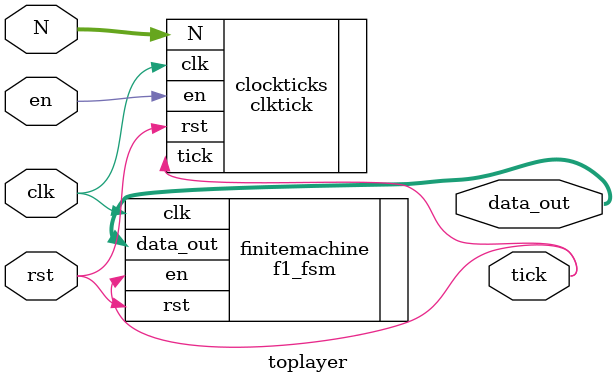
<source format=sv>
module toplayer #(
    parameter WIDTH = 16
    
)(
    //interface signals
    input logic         en,
    input logic         rst,
    input logic         clk,
    input logic [WIDTH-1:0]  N,
    output logic [7:0] data_out,
    output logic        tick
);

clktick clockticks (
    .clk (clk),
    .rst (rst),
    .en (en),
    .N (N),
    .tick (tick) 
);

f1_fsm finitemachine (
    .clk (clk),
    .rst (rst),
    .en (tick),
    .data_out (data_out)
);

endmodule

</source>
